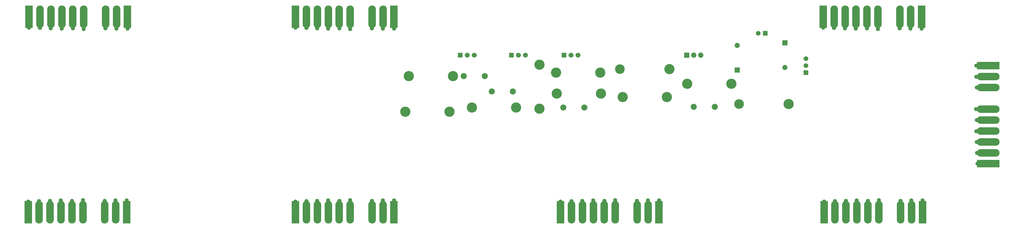
<source format=gts>
G04 Layer_Color=8388736*
%FSLAX25Y25*%
%MOIN*%
G70*
G01*
G75*
%ADD37O,0.10800X0.32300*%
%ADD38R,0.10800X0.32300*%
%ADD39O,0.32300X0.10800*%
%ADD40R,0.32300X0.10800*%
%ADD41C,0.07493*%
%ADD42R,0.07493X0.07493*%
%ADD43C,0.07099*%
%ADD44R,0.07099X0.07099*%
%ADD45C,0.06706*%
%ADD46R,0.06706X0.06706*%
%ADD47R,0.06706X0.06706*%
%ADD48R,0.07296X0.07296*%
%ADD49C,0.07296*%
%ADD50C,0.13792*%
%ADD51C,0.14579*%
%ADD52C,0.08674*%
%ADD53C,0.05800*%
D37*
X1504400Y465000D02*
D03*
X1488800D02*
D03*
X1457600D02*
D03*
X1426400D02*
D03*
X1410800D02*
D03*
X1442000D02*
D03*
X1395200D02*
D03*
X1505600Y185000D02*
D03*
X1490000D02*
D03*
X1458800D02*
D03*
X1443200D02*
D03*
X1427600D02*
D03*
X1412000D02*
D03*
X1396400D02*
D03*
X751800D02*
D03*
X736200D02*
D03*
X705000D02*
D03*
X673800D02*
D03*
X689400D02*
D03*
X658200D02*
D03*
X642600D02*
D03*
X371800Y465000D02*
D03*
X356200D02*
D03*
X325000D02*
D03*
X293800D02*
D03*
X278200D02*
D03*
X309400D02*
D03*
X262600D02*
D03*
X1129800Y185000D02*
D03*
X1114200D02*
D03*
X1083000D02*
D03*
X1051800D02*
D03*
X1067400D02*
D03*
X1036200D02*
D03*
X1020600D02*
D03*
X370600D02*
D03*
X355000D02*
D03*
X323800D02*
D03*
X292600D02*
D03*
X308200D02*
D03*
X277000D02*
D03*
X261400D02*
D03*
X751800Y465000D02*
D03*
X736200D02*
D03*
X705000D02*
D03*
X673800D02*
D03*
X658200D02*
D03*
X689400D02*
D03*
X642600D02*
D03*
D38*
X1520000D02*
D03*
X1379600D02*
D03*
X1521200Y185000D02*
D03*
X1380800D02*
D03*
X767400D02*
D03*
X627000D02*
D03*
X387400Y465000D02*
D03*
X247000D02*
D03*
X1145400Y185000D02*
D03*
X1005000D02*
D03*
X386200D02*
D03*
X245800D02*
D03*
X767400Y465000D02*
D03*
X627000D02*
D03*
D39*
X1615000Y301400D02*
D03*
Y317000D02*
D03*
Y270200D02*
D03*
Y285800D02*
D03*
Y379400D02*
D03*
Y363800D02*
D03*
Y332600D02*
D03*
D40*
Y254600D02*
D03*
Y395000D02*
D03*
D41*
X1205000Y410000D02*
D03*
X1195000D02*
D03*
D42*
X1185000D02*
D03*
D43*
X882000D02*
D03*
X872000D02*
D03*
X1030000D02*
D03*
X1020000D02*
D03*
X955000D02*
D03*
X945000D02*
D03*
D44*
X862000D02*
D03*
X1010000D02*
D03*
X935000D02*
D03*
D45*
X1355000Y395000D02*
D03*
Y405000D02*
D03*
X1287000Y441284D02*
D03*
D46*
X1355000Y385000D02*
D03*
D47*
X1297000Y441284D02*
D03*
D48*
X1257000Y388567D02*
D03*
X1325000Y427716D02*
D03*
D49*
X1257000Y424000D02*
D03*
X1325000Y392284D02*
D03*
D50*
X1259567Y340000D02*
D03*
X1089567Y390000D02*
D03*
D51*
X1330433Y340000D02*
D03*
X1156496Y350000D02*
D03*
X1093504D02*
D03*
X975000Y333504D02*
D03*
Y396496D02*
D03*
X1160433Y390000D02*
D03*
X999504Y355000D02*
D03*
X1062496D02*
D03*
X998504Y385000D02*
D03*
X1061496D02*
D03*
X1185504Y369000D02*
D03*
X1248496D02*
D03*
X941496Y335000D02*
D03*
X878504D02*
D03*
X846496Y329000D02*
D03*
X783504D02*
D03*
X851496Y380000D02*
D03*
X788504D02*
D03*
D52*
X1225000Y336000D02*
D03*
X1195000D02*
D03*
X1039000Y335000D02*
D03*
X1009000D02*
D03*
X937000Y358000D02*
D03*
X907000D02*
D03*
X897000Y380000D02*
D03*
X867000D02*
D03*
D53*
X1488600Y448500D02*
D03*
X1520100Y448000D02*
D03*
X1504100D02*
D03*
X1442100Y448500D02*
D03*
X1457600Y447500D02*
D03*
X1410600Y448500D02*
D03*
X1426100Y448000D02*
D03*
X1379600Y449500D02*
D03*
X1395100Y449000D02*
D03*
X1598500Y363600D02*
D03*
X1598000Y379100D02*
D03*
Y395100D02*
D03*
X1597500Y332600D02*
D03*
X1599000Y270100D02*
D03*
X1599500Y254600D02*
D03*
X1598500Y317100D02*
D03*
X1598000Y301100D02*
D03*
X1598500Y285600D02*
D03*
X1521300Y202000D02*
D03*
X1505300D02*
D03*
X1489800Y201500D02*
D03*
X1458800Y202500D02*
D03*
X1443300Y201500D02*
D03*
X1427300Y202000D02*
D03*
X1411800Y201500D02*
D03*
X1396300Y201000D02*
D03*
X1380800Y200500D02*
D03*
X767500Y202000D02*
D03*
X751500D02*
D03*
X736000Y201500D02*
D03*
X705000Y202500D02*
D03*
X689500Y201500D02*
D03*
X673500Y202000D02*
D03*
X658000Y201500D02*
D03*
X642500Y201000D02*
D03*
X627000Y200500D02*
D03*
X356000Y448500D02*
D03*
X387500Y448000D02*
D03*
X371500D02*
D03*
X309500Y448500D02*
D03*
X325000Y447500D02*
D03*
X278000Y448500D02*
D03*
X293500Y448000D02*
D03*
X247000Y449500D02*
D03*
X262500Y449000D02*
D03*
X1145500Y202000D02*
D03*
X1129500D02*
D03*
X1114000Y201500D02*
D03*
X1083000Y202500D02*
D03*
X1067500Y201500D02*
D03*
X1051500Y202000D02*
D03*
X1036000Y201500D02*
D03*
X1020500Y201000D02*
D03*
X1005000Y200500D02*
D03*
X386300Y202000D02*
D03*
X370300D02*
D03*
X354800Y201500D02*
D03*
X323800Y202500D02*
D03*
X308300Y201500D02*
D03*
X292300Y202000D02*
D03*
X276800Y201500D02*
D03*
X261300Y201000D02*
D03*
X245800Y200500D02*
D03*
X736000Y448500D02*
D03*
X767500Y448000D02*
D03*
X751500D02*
D03*
X689500Y448500D02*
D03*
X705000Y447500D02*
D03*
X658000Y448500D02*
D03*
X673500Y448000D02*
D03*
X627000Y449500D02*
D03*
X642500Y449000D02*
D03*
M02*

</source>
